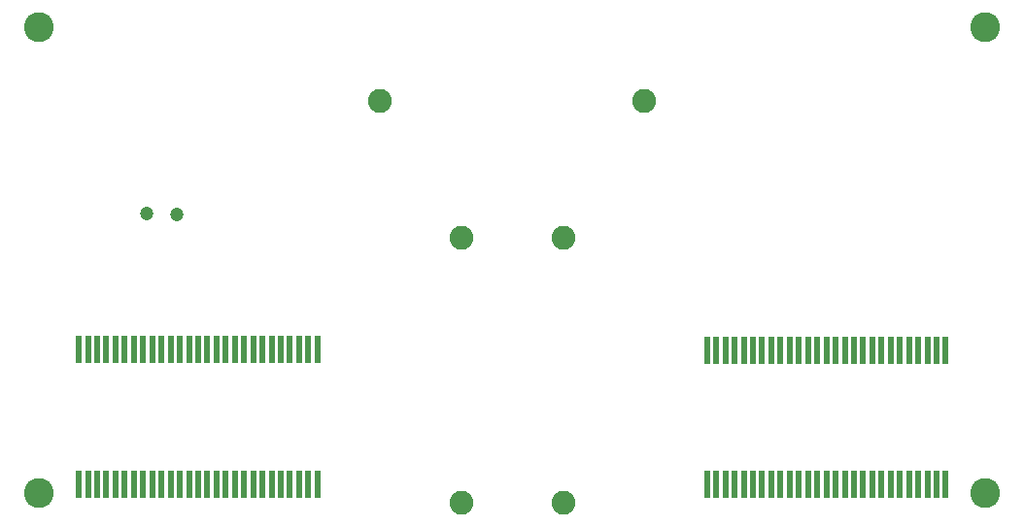
<source format=gbs>
G04*
G04 #@! TF.GenerationSoftware,Altium Limited,Altium Designer,21.8.1 (53)*
G04*
G04 Layer_Color=16711935*
%FSLAX25Y25*%
%MOIN*%
G70*
G04*
G04 #@! TF.SameCoordinates,5DCC281E-C3AB-4BB6-AEF3-D9D34D3A5336*
G04*
G04*
G04 #@! TF.FilePolarity,Negative*
G04*
G01*
G75*
%ADD56R,0.02400X0.09400*%
%ADD60C,0.08200*%
%ADD61C,0.10243*%
%ADD70C,0.04737*%
%ADD71C,0.03162*%
D56*
X299736Y307339D02*
D03*
X296587D02*
D03*
X293437D02*
D03*
X290287D02*
D03*
X287138D02*
D03*
X283988D02*
D03*
X280839D02*
D03*
X277689D02*
D03*
X274539D02*
D03*
X271390D02*
D03*
X268240D02*
D03*
X265090D02*
D03*
X261941D02*
D03*
X258791D02*
D03*
X255642D02*
D03*
X252492D02*
D03*
X249342D02*
D03*
X246193D02*
D03*
X243043D02*
D03*
X239894D02*
D03*
X236744D02*
D03*
X233594D02*
D03*
X230445D02*
D03*
X227295D02*
D03*
X224146D02*
D03*
X220996D02*
D03*
X217846D02*
D03*
Y353402D02*
D03*
X220996D02*
D03*
X224146D02*
D03*
X227295D02*
D03*
X230445D02*
D03*
X233594D02*
D03*
X236744D02*
D03*
X239894D02*
D03*
X243043D02*
D03*
X246193D02*
D03*
X249342D02*
D03*
X252492D02*
D03*
X255642D02*
D03*
X258791D02*
D03*
X261941D02*
D03*
X265090D02*
D03*
X268240D02*
D03*
X271390D02*
D03*
X274539D02*
D03*
X277689D02*
D03*
X280839D02*
D03*
X283988D02*
D03*
X287138D02*
D03*
X290287D02*
D03*
X293437D02*
D03*
X296587D02*
D03*
X299736D02*
D03*
X515281Y307120D02*
D03*
X512132D02*
D03*
X508982D02*
D03*
X505833D02*
D03*
X502683D02*
D03*
X499534D02*
D03*
X496384D02*
D03*
X493234D02*
D03*
X490085D02*
D03*
X486935D02*
D03*
X483785D02*
D03*
X480636D02*
D03*
X477486D02*
D03*
X474337D02*
D03*
X471187D02*
D03*
X468037D02*
D03*
X464888D02*
D03*
X461738D02*
D03*
X458589D02*
D03*
X455439D02*
D03*
X452289D02*
D03*
X449140D02*
D03*
X445990D02*
D03*
X442840D02*
D03*
X439691D02*
D03*
X436541D02*
D03*
X433392D02*
D03*
Y353183D02*
D03*
X436541D02*
D03*
X439691D02*
D03*
X442840D02*
D03*
X445990D02*
D03*
X449140D02*
D03*
X452289D02*
D03*
X455439D02*
D03*
X458589D02*
D03*
X461738D02*
D03*
X464888D02*
D03*
X468037D02*
D03*
X471187D02*
D03*
X474337D02*
D03*
X477486D02*
D03*
X480636D02*
D03*
X483785D02*
D03*
X486935D02*
D03*
X490085Y353183D02*
D03*
X493234Y353183D02*
D03*
X496384D02*
D03*
X499534D02*
D03*
X502683D02*
D03*
X505833D02*
D03*
X508982Y353183D02*
D03*
X512132D02*
D03*
X515281Y353183D02*
D03*
D60*
X348991Y391861D02*
D03*
Y300961D02*
D03*
X411900Y438800D02*
D03*
X321000D02*
D03*
X384058Y391912D02*
D03*
Y301012D02*
D03*
D61*
X528709Y464161D02*
D03*
Y304161D02*
D03*
X204291Y464161D02*
D03*
Y304161D02*
D03*
D70*
X251400Y399900D02*
D03*
X241300Y400300D02*
D03*
D71*
X251400Y399900D02*
D03*
X241300Y400300D02*
D03*
M02*

</source>
